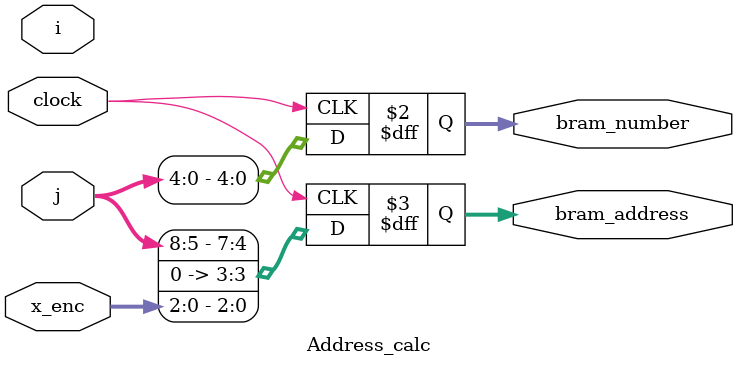
<source format=v>
`timescale 1ns / 1ps
module Address_calc#(
	parameter BRAM_NUMBER_SIZE = 5,
	parameter BRAM_ADDRESS_SIZE = 8,
	parameter I_SIZE = 0,
	parameter J_SIZE = 9,
	parameter X_SIZE = 3,
	parameter DTYPE_BYTES_SIZE = 1
)(
	input clock,
	input [J_SIZE-1:0] j,
	input [I_SIZE-1:0] i,
	input [X_SIZE-1:0] x_enc,
	output reg [BRAM_NUMBER_SIZE-1:0] bram_number,
	output reg [BRAM_ADDRESS_SIZE-1:0] bram_address

);
	 
	always @(posedge clock)
	begin
//	if(I_SIZE > 0) begin
//		bram_number[I_SIZE-1:0] <= i;
//		bram_number[BRAM_NUMBER_SIZE-1:I_SIZE-1] <= j[BRAM_NUMBER_SIZE-I_SIZE-1:0];
//	end else begin
		bram_number <= j[BRAM_NUMBER_SIZE-1:0];
//	end
	
	bram_address[BRAM_ADDRESS_SIZE-1:BRAM_ADDRESS_SIZE-BRAM_NUMBER_SIZE+I_SIZE-1] = j[J_SIZE-1:J_SIZE-BRAM_NUMBER_SIZE+I_SIZE-1];
	bram_address[X_SIZE+DTYPE_BYTES_SIZE-1:DTYPE_BYTES_SIZE-1] = x_enc;
	
	end



endmodule

</source>
